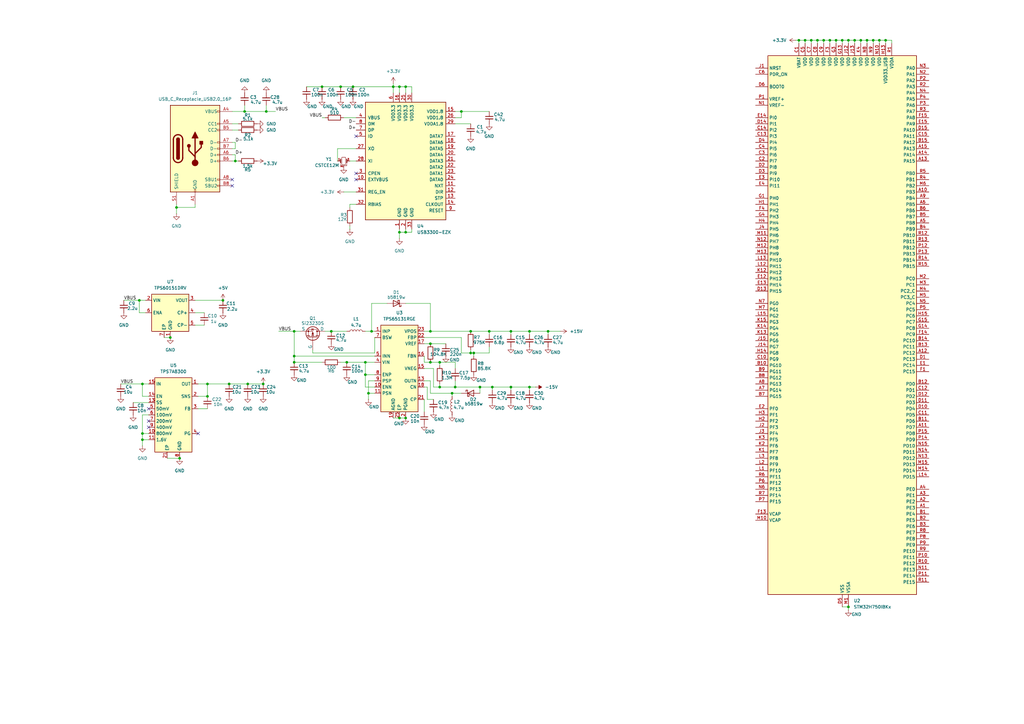
<source format=kicad_sch>
(kicad_sch (version 20250114) (generator "eeschema") (generator_version "9.0")
  (paper "A3")
  (junction (at 176.53 148.59))
  (junction (at 180.34 158.75))
  (junction (at 93.98 157.48))
  (junction (at 193.04 144.78))
  (junction (at 217.17 135.89))
  (junction (at 85.09 157.48))
  (junction (at 330.2 16.51))
  (junction (at 120.65 135.89))
  (junction (at 151.13 161.29))
  (junction (at 209.55 135.89))
  (junction (at 91.44 123.19))
  (junction (at 58.42 177.8))
  (junction (at 176.53 140.97))
  (junction (at 100.33 45.72))
  (junction (at 200.66 135.89))
  (junction (at 166.37 95.25))
  (junction (at 363.22 16.51))
  (junction (at 185.42 161.29))
  (junction (at 194.31 144.78))
  (junction (at 149.86 148.59))
  (junction (at 149.86 153.67))
  (junction (at 152.4 135.89))
  (junction (at 209.55 158.75))
  (junction (at 163.83 35.56))
  (junction (at 69.85 138.43))
  (junction (at 85.09 162.56))
  (junction (at 135.89 135.89))
  (junction (at 335.28 16.51))
  (junction (at 327.66 16.51))
  (junction (at 332.74 16.51))
  (junction (at 142.24 148.59))
  (junction (at 358.14 16.51))
  (junction (at 337.82 16.51))
  (junction (at 353.06 16.51))
  (junction (at 224.79 135.89))
  (junction (at 342.9 16.51))
  (junction (at 58.42 180.34))
  (junction (at 161.29 35.56))
  (junction (at 217.17 158.75))
  (junction (at 166.37 35.56))
  (junction (at 201.93 158.75))
  (junction (at 166.37 171.45))
  (junction (at 360.68 16.51))
  (junction (at 101.6 157.48))
  (junction (at 347.98 16.51))
  (junction (at 189.23 45.72))
  (junction (at 109.22 45.72))
  (junction (at 120.65 146.05))
  (junction (at 350.52 16.51))
  (junction (at 193.04 135.89))
  (junction (at 132.08 35.56))
  (junction (at 57.15 123.19))
  (junction (at 340.36 16.51))
  (junction (at 180.34 148.59))
  (junction (at 58.42 157.48))
  (junction (at 196.85 158.75))
  (junction (at 176.53 135.89))
  (junction (at 107.95 157.48))
  (junction (at 120.65 148.59))
  (junction (at 186.69 158.75))
  (junction (at 96.52 66.04))
  (junction (at 163.83 171.45))
  (junction (at 163.83 95.25))
  (junction (at 347.98 248.92))
  (junction (at 144.78 35.56))
  (junction (at 73.66 187.96))
  (junction (at 139.7 35.56))
  (junction (at 355.6 16.51))
  (junction (at 72.39 85.09))
  (junction (at 345.44 16.51))
  (no_connect (at 81.28 177.8))
  (no_connect (at 95.25 73.66))
  (no_connect (at 60.96 167.64))
  (no_connect (at 95.25 76.2))
  (no_connect (at 146.05 71.12))
  (no_connect (at 60.96 175.26))
  (no_connect (at 146.05 73.66))
  (no_connect (at 146.05 55.88))
  (no_connect (at 60.96 172.72))
  (wire (pts (xy 176.53 135.89) (xy 193.04 135.89)))
  (wire (pts (xy 173.99 148.59) (xy 176.53 148.59)))
  (wire (pts (xy 224.79 135.89) (xy 229.87 135.89)))
  (wire (pts (xy 133.35 135.89) (xy 135.89 135.89)))
  (wire (pts (xy 209.55 158.75) (xy 217.17 158.75)))
  (wire (pts (xy 72.39 85.09) (xy 80.01 85.09)))
  (wire (pts (xy 166.37 93.98) (xy 166.37 95.25)))
  (wire (pts (xy 176.53 124.46) (xy 176.53 135.89)))
  (wire (pts (xy 153.67 138.43) (xy 153.67 144.78)))
  (wire (pts (xy 143.51 85.09) (xy 143.51 83.82)))
  (wire (pts (xy 57.15 128.27) (xy 57.15 123.19)))
  (wire (pts (xy 144.78 35.56) (xy 161.29 35.56)))
  (wire (pts (xy 161.29 171.45) (xy 163.83 171.45)))
  (wire (pts (xy 189.23 138.43) (xy 189.23 144.78)))
  (wire (pts (xy 135.89 135.89) (xy 142.24 135.89)))
  (wire (pts (xy 95.25 50.8) (xy 97.79 50.8)))
  (wire (pts (xy 176.53 140.97) (xy 182.88 140.97)))
  (wire (pts (xy 109.22 43.18) (xy 109.22 45.72)))
  (wire (pts (xy 194.31 144.78) (xy 194.31 146.05)))
  (wire (pts (xy 173.99 163.83) (xy 173.99 168.91)))
  (wire (pts (xy 330.2 16.51) (xy 327.66 16.51)))
  (wire (pts (xy 358.14 16.51) (xy 358.14 17.78)))
  (wire (pts (xy 177.8 158.75) (xy 180.34 158.75)))
  (wire (pts (xy 360.68 16.51) (xy 358.14 16.51)))
  (wire (pts (xy 161.29 34.29) (xy 161.29 35.56)))
  (wire (pts (xy 365.76 16.51) (xy 363.22 16.51)))
  (wire (pts (xy 194.31 144.78) (xy 200.66 144.78)))
  (wire (pts (xy 125.73 35.56) (xy 132.08 35.56)))
  (wire (pts (xy 58.42 177.8) (xy 60.96 177.8)))
  (wire (pts (xy 128.27 144.78) (xy 128.27 143.51)))
  (wire (pts (xy 85.09 157.48) (xy 81.28 157.48)))
  (wire (pts (xy 93.98 157.48) (xy 85.09 157.48)))
  (wire (pts (xy 332.74 16.51) (xy 335.28 16.51)))
  (wire (pts (xy 139.7 35.56) (xy 144.78 35.56)))
  (wire (pts (xy 58.42 180.34) (xy 58.42 182.88)))
  (wire (pts (xy 342.9 16.51) (xy 342.9 17.78)))
  (wire (pts (xy 100.33 43.18) (xy 100.33 45.72)))
  (wire (pts (xy 101.6 157.48) (xy 107.95 157.48)))
  (wire (pts (xy 139.7 148.59) (xy 142.24 148.59)))
  (wire (pts (xy 60.96 162.56) (xy 58.42 162.56)))
  (wire (pts (xy 95.25 63.5) (xy 96.52 63.5)))
  (wire (pts (xy 114.3 135.89) (xy 120.65 135.89)))
  (wire (pts (xy 132.08 35.56) (xy 139.7 35.56)))
  (wire (pts (xy 350.52 16.51) (xy 350.52 17.78)))
  (wire (pts (xy 96.52 63.5) (xy 96.52 66.04)))
  (wire (pts (xy 209.55 160.02) (xy 209.55 158.75)))
  (wire (pts (xy 173.99 138.43) (xy 189.23 138.43)))
  (wire (pts (xy 186.69 48.26) (xy 189.23 48.26)))
  (wire (pts (xy 163.83 35.56) (xy 163.83 38.1)))
  (wire (pts (xy 60.96 180.34) (xy 58.42 180.34)))
  (wire (pts (xy 100.33 45.72) (xy 95.25 45.72)))
  (wire (pts (xy 152.4 124.46) (xy 152.4 135.89)))
  (wire (pts (xy 50.8 123.19) (xy 57.15 123.19)))
  (wire (pts (xy 153.67 156.21) (xy 151.13 156.21)))
  (wire (pts (xy 166.37 35.56) (xy 168.91 35.56)))
  (wire (pts (xy 97.79 66.04) (xy 96.52 66.04)))
  (wire (pts (xy 175.26 158.75) (xy 175.26 163.83)))
  (wire (pts (xy 57.15 123.19) (xy 59.69 123.19)))
  (wire (pts (xy 186.69 45.72) (xy 189.23 45.72)))
  (wire (pts (xy 58.42 180.34) (xy 58.42 177.8)))
  (wire (pts (xy 355.6 16.51) (xy 355.6 17.78)))
  (wire (pts (xy 143.51 66.04) (xy 146.05 66.04)))
  (wire (pts (xy 189.23 45.72) (xy 200.66 45.72)))
  (wire (pts (xy 175.26 163.83) (xy 177.8 163.83)))
  (wire (pts (xy 163.83 35.56) (xy 166.37 35.56)))
  (wire (pts (xy 209.55 135.89) (xy 217.17 135.89)))
  (wire (pts (xy 68.58 187.96) (xy 73.66 187.96)))
  (wire (pts (xy 217.17 160.02) (xy 217.17 158.75)))
  (wire (pts (xy 186.69 50.8) (xy 193.04 50.8)))
  (wire (pts (xy 340.36 16.51) (xy 337.82 16.51)))
  (wire (pts (xy 81.28 162.56) (xy 85.09 162.56)))
  (wire (pts (xy 347.98 16.51) (xy 345.44 16.51)))
  (wire (pts (xy 95.25 53.34) (xy 97.79 53.34)))
  (wire (pts (xy 80.01 83.82) (xy 80.01 85.09)))
  (wire (pts (xy 337.82 17.78) (xy 337.82 16.51)))
  (wire (pts (xy 96.52 58.42) (xy 96.52 60.96)))
  (wire (pts (xy 81.28 167.64) (xy 85.09 167.64)))
  (wire (pts (xy 176.53 161.29) (xy 185.42 161.29)))
  (wire (pts (xy 180.34 157.48) (xy 180.34 158.75)))
  (wire (pts (xy 59.69 128.27) (xy 57.15 128.27)))
  (wire (pts (xy 342.9 16.51) (xy 340.36 16.51)))
  (wire (pts (xy 186.69 151.13) (xy 186.69 148.59)))
  (wire (pts (xy 196.85 158.75) (xy 196.85 161.29)))
  (wire (pts (xy 49.53 157.48) (xy 58.42 157.48)))
  (wire (pts (xy 185.42 161.29) (xy 189.23 161.29)))
  (wire (pts (xy 363.22 16.51) (xy 360.68 16.51)))
  (wire (pts (xy 93.98 157.48) (xy 101.6 157.48)))
  (wire (pts (xy 80.01 123.19) (xy 91.44 123.19)))
  (wire (pts (xy 365.76 17.78) (xy 365.76 16.51)))
  (wire (pts (xy 109.22 45.72) (xy 100.33 45.72)))
  (wire (pts (xy 95.25 58.42) (xy 96.52 58.42)))
  (wire (pts (xy 173.99 140.97) (xy 176.53 140.97)))
  (wire (pts (xy 186.69 148.59) (xy 180.34 148.59)))
  (wire (pts (xy 80.01 133.35) (xy 83.82 133.35)))
  (wire (pts (xy 201.93 160.02) (xy 201.93 158.75)))
  (wire (pts (xy 180.34 158.75) (xy 186.69 158.75)))
  (wire (pts (xy 140.97 48.26) (xy 146.05 48.26)))
  (wire (pts (xy 149.86 153.67) (xy 149.86 148.59)))
  (wire (pts (xy 168.91 38.1) (xy 168.91 35.56)))
  (wire (pts (xy 168.91 95.25) (xy 166.37 95.25)))
  (wire (pts (xy 327.66 16.51) (xy 327.66 17.78)))
  (wire (pts (xy 186.69 158.75) (xy 196.85 158.75)))
  (wire (pts (xy 173.99 156.21) (xy 176.53 156.21)))
  (wire (pts (xy 153.67 144.78) (xy 128.27 144.78)))
  (wire (pts (xy 168.91 93.98) (xy 168.91 95.25)))
  (wire (pts (xy 200.66 135.89) (xy 200.66 137.16)))
  (wire (pts (xy 163.83 93.98) (xy 163.83 95.25)))
  (wire (pts (xy 166.37 124.46) (xy 176.53 124.46)))
  (wire (pts (xy 123.19 135.89) (xy 120.65 135.89)))
  (wire (pts (xy 353.06 16.51) (xy 353.06 17.78)))
  (wire (pts (xy 332.74 17.78) (xy 332.74 16.51)))
  (wire (pts (xy 332.74 16.51) (xy 330.2 16.51)))
  (wire (pts (xy 193.04 144.78) (xy 194.31 144.78)))
  (wire (pts (xy 132.08 48.26) (xy 133.35 48.26)))
  (wire (pts (xy 151.13 161.29) (xy 153.67 161.29)))
  (wire (pts (xy 58.42 170.18) (xy 58.42 177.8)))
  (wire (pts (xy 200.66 135.89) (xy 209.55 135.89)))
  (wire (pts (xy 345.44 248.92) (xy 347.98 248.92)))
  (wire (pts (xy 189.23 144.78) (xy 193.04 144.78)))
  (wire (pts (xy 67.31 138.43) (xy 69.85 138.43)))
  (wire (pts (xy 85.09 157.48) (xy 85.09 162.56)))
  (wire (pts (xy 176.53 156.21) (xy 176.53 161.29)))
  (wire (pts (xy 153.67 158.75) (xy 149.86 158.75)))
  (wire (pts (xy 72.39 85.09) (xy 72.39 87.63)))
  (wire (pts (xy 217.17 135.89) (xy 224.79 135.89)))
  (wire (pts (xy 151.13 161.29) (xy 151.13 163.83)))
  (wire (pts (xy 60.96 170.18) (xy 58.42 170.18)))
  (wire (pts (xy 196.85 158.75) (xy 201.93 158.75)))
  (wire (pts (xy 54.61 165.1) (xy 60.96 165.1)))
  (wire (pts (xy 140.97 78.74) (xy 146.05 78.74)))
  (wire (pts (xy 149.86 153.67) (xy 153.67 153.67)))
  (wire (pts (xy 113.03 45.72) (xy 109.22 45.72)))
  (wire (pts (xy 355.6 16.51) (xy 353.06 16.51)))
  (wire (pts (xy 96.52 66.04) (xy 95.25 66.04)))
  (wire (pts (xy 193.04 135.89) (xy 200.66 135.89)))
  (wire (pts (xy 345.44 16.51) (xy 345.44 17.78)))
  (wire (pts (xy 177.8 151.13) (xy 177.8 158.75)))
  (wire (pts (xy 224.79 137.16) (xy 224.79 135.89)))
  (wire (pts (xy 350.52 16.51) (xy 347.98 16.51)))
  (wire (pts (xy 120.65 148.59) (xy 120.65 146.05)))
  (wire (pts (xy 120.65 146.05) (xy 120.65 135.89)))
  (wire (pts (xy 161.29 35.56) (xy 161.29 38.1)))
  (wire (pts (xy 149.86 153.67) (xy 149.86 158.75)))
  (wire (pts (xy 217.17 158.75) (xy 219.71 158.75)))
  (wire (pts (xy 185.42 162.56) (xy 185.42 161.29)))
  (wire (pts (xy 80.01 128.27) (xy 83.82 128.27)))
  (wire (pts (xy 132.08 148.59) (xy 120.65 148.59)))
  (wire (pts (xy 209.55 137.16) (xy 209.55 135.89)))
  (wire (pts (xy 142.24 148.59) (xy 149.86 148.59)))
  (wire (pts (xy 95.25 60.96) (xy 96.52 60.96)))
  (wire (pts (xy 358.14 16.51) (xy 355.6 16.51)))
  (wire (pts (xy 163.83 35.56) (xy 161.29 35.56)))
  (wire (pts (xy 163.83 95.25) (xy 163.83 97.79)))
  (wire (pts (xy 189.23 48.26) (xy 189.23 45.72)))
  (wire (pts (xy 340.36 16.51) (xy 340.36 17.78)))
  (wire (pts (xy 58.42 162.56) (xy 58.42 157.48)))
  (wire (pts (xy 72.39 83.82) (xy 72.39 85.09)))
  (wire (pts (xy 360.68 16.51) (xy 360.68 17.78)))
  (wire (pts (xy 138.43 60.96) (xy 146.05 60.96)))
  (wire (pts (xy 200.66 142.24) (xy 200.66 144.78)))
  (wire (pts (xy 347.98 248.92) (xy 347.98 250.19)))
  (wire (pts (xy 330.2 17.78) (xy 330.2 16.51)))
  (wire (pts (xy 149.86 135.89) (xy 152.4 135.89)))
  (wire (pts (xy 158.75 124.46) (xy 152.4 124.46)))
  (wire (pts (xy 143.51 92.71) (xy 143.51 93.98)))
  (wire (pts (xy 166.37 95.25) (xy 163.83 95.25)))
  (wire (pts (xy 353.06 16.51) (xy 350.52 16.51)))
  (wire (pts (xy 163.83 171.45) (xy 166.37 171.45)))
  (wire (pts (xy 326.39 16.51) (xy 327.66 16.51)))
  (wire (pts (xy 166.37 35.56) (xy 166.37 38.1)))
  (wire (pts (xy 153.67 146.05) (xy 120.65 146.05)))
  (wire (pts (xy 173.99 151.13) (xy 177.8 151.13)))
  (wire (pts (xy 173.99 158.75) (xy 175.26 158.75)))
  (wire (pts (xy 193.04 143.51) (xy 193.04 144.78)))
  (wire (pts (xy 337.82 16.51) (xy 335.28 16.51)))
  (wire (pts (xy 335.28 17.78) (xy 335.28 16.51)))
  (wire (pts (xy 58.42 157.48) (xy 60.96 157.48)))
  (wire (pts (xy 180.34 149.86) (xy 180.34 148.59)))
  (wire (pts (xy 151.13 156.21) (xy 151.13 161.29)))
  (wire (pts (xy 138.43 66.04) (xy 138.43 60.96)))
  (wire (pts (xy 345.44 16.51) (xy 342.9 16.51)))
  (wire (pts (xy 201.93 158.75) (xy 209.55 158.75)))
  (wire (pts (xy 347.98 16.51) (xy 347.98 17.78)))
  (wire (pts (xy 180.34 148.59) (xy 176.53 148.59)))
  (wire (pts (xy 363.22 17.78) (xy 363.22 16.51)))
  (wire (pts (xy 173.99 146.05) (xy 173.99 148.59)))
  (wire (pts (xy 217.17 137.16) (xy 217.17 135.89)))
  (wire (pts (xy 149.86 148.59) (xy 153.67 148.59)))
  (wire (pts (xy 176.53 135.89) (xy 173.99 135.89)))
  (wire (pts (xy 186.69 156.21) (xy 186.69 158.75)))
  (wire (pts (xy 143.51 83.82) (xy 146.05 83.82)))
  (wire (pts (xy 152.4 135.89) (xy 153.67 135.89)))
  (label "VBUS" (at 114.3 135.89 0))
  (label "VBUS" (at 49.53 157.48 0))
  (label "VBUS" (at 50.8 123.19 0))
  (label "VBUS" (at 113.03 45.72 0))
  (label "D-" (at 96.52 58.42 0))
  (label "D+" (at 146.05 53.34 180))
  (label "VBUS" (at 132.08 48.26 180))
  (label "D+" (at 96.52 63.5 0))
  (label "D-" (at 146.05 50.8 180))
  (symbol (lib_id "Device:R") (at 101.6 53.34 90) (unit 1)
    (property "Reference" "R2" (at 101.6 55.372 90))
    (property "Value" "5.1k" (at 101.854 56.896 90))
    (property "Footprint" "Resistor_SMD:R_0402_1005Metric" (effects (hide yes)))
    (property "Description" "Resistor" (effects (hide yes)))
  )
  (symbol (lib_id "power:+3.3V") (at 326.39 16.51 90) (unit 1)
    (property "Reference" "#PWR036" (effects (hide yes)))
    (property "Value" "+3.3V" (at 322.58 16.5099 90) (effects (justify left)))
    (property "Description" "Power symbol creates a global label with name \"+3.3V\"" (effects (hide yes)))
  )
  (symbol (lib_id "Device:R") (at 137.16 48.26 90) (unit 1)
    (property "Reference" "R4" (at 137.16 44.704 90))
    (property "Value" "510" (at 137.16 46.228 90))
    (property "Footprint" "Resistor_SMD:R_0402_1005Metric" (effects (hide yes)))
    (property "Description" "Resistor" (effects (hide yes)))
  )
  (symbol (lib_id "power:GND") (at 209.55 142.24 0) (unit 1)
    (property "Reference" "#PWR028" (effects (hide yes)))
    (property "Value" "GND" (at 212.598 144.526 0))
    (property "Description" "Power symbol creates a global label with name \"GND\" , ground" (effects (hide yes)))
  )
  (symbol (lib_id "power:GND") (at 125.73 40.64 0) (unit 1)
    (property "Reference" "#PWR017" (effects (hide yes)))
    (property "Value" "GND" (at 128.016 43.688 0))
    (property "Description" "Power symbol creates a global label with name \"GND\" , ground" (effects (hide yes)))
  )
  (symbol (lib_id "Device:C_Small") (at 193.04 53.34 0) (unit 1)
    (property "Reference" "C1" (at 196.85 52.07 0))
    (property "Value" "4.7u" (at 197.358 54.102 0))
    (property "Footprint" "Capacitor_SMD:C_0603_1608Metric" (effects (hide yes)))
    (property "Description" "Unpolarized capacitor, small symbol" (effects (hide yes)))
  )
  (symbol (lib_id "Regulator_SwitchedCapacitor:TPS60151DRV") (at 69.85 128.27 0) (unit 1)
    (property "Reference" "U7" (at 69.85 115.57 0))
    (property "Value" "TPS60151DRV" (at 69.85 118.11 0))
    (property "Footprint" "Package_SON:WSON-6-1EP_2x2mm_P0.65mm_EP1x1.6mm_ThermalVias" (effects (hide yes)))
    (property "Datasheet" "https://www.ti.com/lit/ds/symlink/tps60151.pdf" (effects (hide yes)))
    (property "Description" "5V, 140mA charge-pump, WSON-6" (effects (hide yes)))
  )
  (symbol (lib_id "Device:C_Small") (at 200.66 139.7 0) (unit 1)
    (property "Reference" "C16" (at 204.216 138.43 0))
    (property "Value" "6.8p" (at 204.724 140.462 0))
    (property "Footprint" "Capacitor_SMD:C_0402_1005Metric" (effects (hide yes)))
    (property "Description" "Unpolarized capacitor, small symbol" (effects (hide yes)))
  )
  (symbol (lib_id "power:GND") (at 173.99 173.99 0) (unit 1)
    (property "Reference" "#PWR034" (effects (hide yes)))
    (property "Value" "GND" (at 176.276 177.038 0))
    (property "Description" "Power symbol creates a global label with name \"GND\" , ground" (effects (hide yes)))
  )
  (symbol (lib_id "Device:C_Small") (at 186.69 153.67 0) (unit 1)
    (property "Reference" "C17" (at 190.246 152.908 0))
    (property "Value" "7.5p" (at 190.754 154.94 0))
    (property "Footprint" "Capacitor_SMD:C_0402_1005Metric" (effects (hide yes)))
    (property "Description" "Unpolarized capacitor, small symbol" (effects (hide yes)))
  )
  (symbol (lib_id "Device:C_Small") (at 85.09 165.1 0) (unit 1)
    (property "Reference" "C22" (at 88.9 163.83 0))
    (property "Value" "10n" (at 89.408 165.862 0))
    (property "Footprint" "Capacitor_SMD:C_0402_1005Metric" (effects (hide yes)))
    (property "Description" "Unpolarized capacitor, small symbol" (effects (hide yes)))
  )
  (symbol (lib_id "Device:R") (at 176.53 144.78 0) (unit 1)
    (property "Reference" "R9" (at 179.07 143.51 0))
    (property "Value" "104.8K" (at 179.832 145.288 0))
    (property "Footprint" "Resistor_SMD:R_0402_1005Metric" (effects (hide yes)))
    (property "Description" "Resistor" (effects (hide yes)))
  )
  (symbol (lib_id "power:GND") (at 193.04 55.88 0) (unit 1)
    (property "Reference" "#PWR04" (effects (hide yes)))
    (property "Value" "GND" (at 193.04 60.96 0))
    (property "Description" "Power symbol creates a global label with name \"GND\" , ground" (effects (hide yes)))
  )
  (symbol (lib_id "power:GND") (at 132.08 40.64 0) (unit 1)
    (property "Reference" "#PWR016" (effects (hide yes)))
    (property "Value" "GND" (at 134.366 43.688 0))
    (property "Description" "Power symbol creates a global label with name \"GND\" , ground" (effects (hide yes)))
  )
  (symbol (lib_id "power:GND") (at 101.6 162.56 0) (unit 1)
    (property "Reference" "#PWR022" (effects (hide yes)))
    (property "Value" "GND" (at 101.6 167.64 0))
    (property "Description" "Power symbol creates a global label with name \"GND\" , ground" (effects (hide yes)))
  )
  (symbol (lib_id "power:GND") (at 91.44 128.27 0) (unit 1)
    (property "Reference" "#PWR021" (effects (hide yes)))
    (property "Value" "GND" (at 91.44 133.35 0))
    (property "Description" "Power symbol creates a global label with name \"GND\" , ground" (effects (hide yes)))
  )
  (symbol (lib_id "Device:C_Small") (at 200.66 48.26 0) (unit 1)
    (property "Reference" "C42" (at 204.47 46.99 0))
    (property "Value" "4.7u" (at 204.978 49.022 0))
    (property "Footprint" "Capacitor_SMD:C_0603_1608Metric" (effects (hide yes)))
    (property "Description" "Unpolarized capacitor, small symbol" (effects (hide yes)))
  )
  (symbol (lib_id "power:GND") (at 73.66 187.96 0) (unit 1)
    (property "Reference" "#PWR037" (effects (hide yes)))
    (property "Value" "GND" (at 73.66 193.04 0))
    (property "Description" "Power symbol creates a global label with name \"GND\" , ground" (effects (hide yes)))
  )
  (symbol (lib_id "Diode:SS16") (at 162.56 124.46 180) (unit 1)
    (property "Reference" "D1" (at 162.56 119.888 0))
    (property "Value" "b5819w" (at 162.56 121.92 0))
    (property "Footprint" "Diode_SMD:D_SOD-123" (effects (hide yes)))
    (property "Datasheet" "https://www.vishay.com/docs/88746/ss12.pdf" (effects (hide yes)))
    (property "Description" "60V 1A Schottky Diode, SMA" (effects (hide yes)))
  )
  (symbol (lib_id "Device:C_Small") (at 120.65 151.13 0) (unit 1)
    (property "Reference" "C13" (at 124.46 150.114 0))
    (property "Value" "4.7u" (at 124.714 152.146 0))
    (property "Footprint" "Capacitor_SMD:C_0402_1005Metric" (effects (hide yes)))
    (property "Description" "Unpolarized capacitor, small symbol" (effects (hide yes)))
  )
  (symbol (lib_id "power:GND") (at 194.31 153.67 0) (unit 1)
    (property "Reference" "#PWR030" (effects (hide yes)))
    (property "Value" "GND" (at 197.358 155.956 0))
    (property "Description" "Power symbol creates a global label with name \"GND\" , ground" (effects (hide yes)))
  )
  (symbol (lib_id "Device:C_Small") (at 109.22 40.64 180) (unit 1)
    (property "Reference" "C28" (at 112.776 39.878 0))
    (property "Value" "4.7u" (at 113.792 41.91 0))
    (property "Footprint" "Capacitor_SMD:C_0603_1608Metric" (effects (hide yes)))
    (property "Description" "Unpolarized capacitor, small symbol" (effects (hide yes)))
  )
  (symbol (lib_id "power:GND") (at 105.41 53.34 90) (unit 1)
    (property "Reference" "#PWR08" (effects (hide yes)))
    (property "Value" "GND" (at 109.22 53.3399 90) (effects (justify right)))
    (property "Description" "Power symbol creates a global label with name \"GND\" , ground" (effects (hide yes)))
  )
  (symbol (lib_id "Device:R") (at 143.51 88.9 180) (unit 1)
    (property "Reference" "R3" (at 140.97 88.138 0))
    (property "Value" "12K" (at 140.462 89.916 0))
    (property "Footprint" "Resistor_SMD:R_0402_1005Metric" (effects (hide yes)))
    (property "Description" "Resistor" (effects (hide yes)))
  )
  (symbol (lib_id "power:+3.3V") (at 107.95 157.48 0) (unit 1)
    (property "Reference" "#PWR041" (effects (hide yes)))
    (property "Value" "+3.3V" (at 107.95 152.4 0))
    (property "Description" "Power symbol creates a global label with name \"+3.3V\"" (effects (hide yes)))
  )
  (symbol (lib_id "MCU_ST_STM32H7:STM32H750IBKx") (at 345.44 134.62 0) (unit 1)
    (property "Reference" "U2" (at 350.1233 246.38 0) (effects (justify left)))
    (property "Value" "STM32H750IBKx" (at 350.1233 248.92 0) (effects (justify left)))
    (property "Footprint" "Package_BGA:UFBGA-201_10x10mm_Layout15x15_P0.65mm" (effects (hide yes)))
    (property "Datasheet" "https://www.st.com/resource/en/datasheet/stm32h750ib.pdf" (effects (hide yes)))
    (property "Description" "STMicroelectronics Arm Cortex-M7 MCU, 128KB flash, 1024KB RAM, 480 MHz, 1.62-3.6V, 140 GPIO, UFBGA176" (effects (hide yes)))
  )
  (symbol (lib_id "power:+3.3V") (at 105.41 66.04 270) (unit 1)
    (property "Reference" "#PWR013" (effects (hide yes)))
    (property "Value" "+3.3V" (at 110.744 67.056 90))
    (property "Description" "Power symbol creates a global label with name \"+3.3V\"" (effects (hide yes)))
  )
  (symbol (lib_id "Device:L") (at 146.05 135.89 90) (unit 1)
    (property "Reference" "L1" (at 146.05 130.81 90))
    (property "Value" "4.7u" (at 146.05 133.35 90))
    (property "Footprint" "Inductor_SMD:L_APV_APH0420" (effects (hide yes)))
    (property "Description" "Inductor" (effects (hide yes)))
  )
  (symbol (lib_id "power:GND") (at 120.65 153.67 0) (unit 1)
    (property "Reference" "#PWR025" (effects (hide yes)))
    (property "Value" "GND" (at 123.698 155.956 0))
    (property "Description" "Power symbol creates a global label with name \"GND\" , ground" (effects (hide yes)))
  )
  (symbol (lib_id "Regulator_Switching:TPS65131RGE") (at 163.83 151.13 0) (unit 1)
    (property "Reference" "U3" (at 163.83 128.27 0))
    (property "Value" "TPS65131RGE" (at 163.83 130.81 0))
    (property "Footprint" "Package_DFN_QFN:VQFN-24-1EP_4x4mm_P0.5mm_EP2.45x2.45mm_ThermalVias" (effects (hide yes)))
    (property "Datasheet" "http://www.ti.com/lit/ds/symlink/tps65130.pdf" (effects (hide yes)))
    (property "Description" "Split-Rail Converter with Dual, Positive and Negative Outputs (750mA typ, Switch Current Limit 1950mA typ),), 2.7-5.5V, VQFN-24" (effects (hide yes)))
  )
  (symbol (lib_id "power:GND") (at 166.37 171.45 0) (unit 1)
    (property "Reference" "#PWR027" (effects (hide yes)))
    (property "Value" "GND" (at 163.576 173.736 0))
    (property "Description" "Power symbol creates a global label with name \"GND\" , ground" (effects (hide yes)))
  )
  (symbol (lib_id "Device:C_Small") (at 182.88 143.51 0) (unit 1)
    (property "Reference" "C25" (at 186.436 143.51 0))
    (property "Value" "220n" (at 186.944 145.288 0))
    (property "Footprint" "Capacitor_SMD:C_0402_1005Metric" (effects (hide yes)))
    (property "Description" "Unpolarized capacitor, small symbol" (effects (hide yes)))
  )
  (symbol (lib_id "Device:C_Small") (at 93.98 160.02 0) (unit 1)
    (property "Reference" "C21" (at 97.282 158.75 0))
    (property "Value" "10u" (at 97.028 160.782 0))
    (property "Footprint" "Capacitor_SMD:C_0805_2012Metric" (effects (hide yes)))
    (property "Description" "Unpolarized capacitor, small symbol" (effects (hide yes)))
  )
  (symbol (lib_id "Interface_USB:USB3300-EZK") (at 166.37 66.04 0) (unit 1)
    (property "Reference" "U4" (at 171.0533 92.71 0) (effects (justify left)))
    (property "Value" "USB3300-EZK" (at 171.0533 95.25 0) (effects (justify left)))
    (property "Footprint" "Package_DFN_QFN:QFN-32-1EP_5x5mm_P0.5mm_EP3.45x3.45mm" (effects (hide yes)))
    (property "Datasheet" "http://ww1.microchip.com/downloads/en/DeviceDoc/00001783C.pdf" (effects (hide yes)))
    (property "Description" "Hi-Speed USB Host, Device or OTG PHY with ULPI Interface" (effects (hide yes)))
  )
  (symbol (lib_id "Device:C_Small") (at 49.53 160.02 0) (unit 1)
    (property "Reference" "C4" (at 52.832 158.75 0))
    (property "Value" "10u" (at 52.578 160.782 0))
    (property "Footprint" "Capacitor_SMD:C_0805_2012Metric" (effects (hide yes)))
    (property "Description" "Unpolarized capacitor, small symbol" (effects (hide yes)))
  )
  (symbol (lib_id "power:+5V") (at 91.44 123.19 0) (unit 1)
    (property "Reference" "#PWR023" (effects (hide yes)))
    (property "Value" "+5V" (at 91.44 118.11 0))
    (property "Description" "Power symbol creates a global label with name \"+5V\"" (effects (hide yes)))
  )
  (symbol (lib_id "power:GND") (at 54.61 170.18 0) (unit 1)
    (property "Reference" "#PWR018" (effects (hide yes)))
    (property "Value" "GND" (at 54.61 175.26 0))
    (property "Description" "Power symbol creates a global label with name \"GND\" , ground" (effects (hide yes)))
  )
  (symbol (lib_id "power:GND") (at 144.78 40.64 0) (unit 1)
    (property "Reference" "#PWR06" (effects (hide yes)))
    (property "Value" "GND" (at 147.066 43.688 0))
    (property "Description" "Power symbol creates a global label with name \"GND\" , ground" (effects (hide yes)))
  )
  (symbol (lib_id "power:GND") (at 58.42 182.88 0) (unit 1)
    (property "Reference" "#PWR038" (effects (hide yes)))
    (property "Value" "GND" (at 58.42 187.96 0))
    (property "Description" "Power symbol creates a global label with name \"GND\" , ground" (effects (hide yes)))
  )
  (symbol (lib_id "Device:C_Small") (at 132.08 38.1 0) (unit 1)
    (property "Reference" "C6" (at 135.89 36.83 0))
    (property "Value" "100n" (at 136.398 38.862 0))
    (property "Footprint" "Capacitor_SMD:C_0402_1005Metric" (effects (hide yes)))
    (property "Description" "Unpolarized capacitor, small symbol" (effects (hide yes)))
  )
  (symbol (lib_id "power:+15V") (at 229.87 135.89 270) (unit 1)
    (property "Reference" "#PWR029" (effects (hide yes)))
    (property "Value" "+15V" (at 233.68 135.8899 90) (effects (justify left)))
    (property "Description" "Power symbol creates a global label with name \"+15V\"" (effects (hide yes)))
  )
  (symbol (lib_id "power:GND") (at 140.97 68.58 0) (unit 1)
    (property "Reference" "#PWR02" (effects (hide yes)))
    (property "Value" "GND" (at 140.97 73.66 0))
    (property "Description" "Power symbol creates a global label with name \"GND\" , ground" (effects (hide yes)))
  )
  (symbol (lib_id "Device:C_Small") (at 201.93 162.56 0) (unit 1)
    (property "Reference" "C29" (at 205.74 161.29 0))
    (property "Value" "4.7u" (at 205.994 163.322 0))
    (property "Footprint" "Capacitor_SMD:C_0805_2012Metric" (effects (hide yes)))
    (property "Description" "Unpolarized capacitor, small symbol" (effects (hide yes)))
  )
  (symbol (lib_id "Device:R") (at 180.34 153.67 0) (unit 1)
    (property "Reference" "R10" (at 183.134 152.908 0))
    (property "Value" "1.3M" (at 183.388 154.94 0))
    (property "Footprint" "Resistor_SMD:R_0402_1005Metric" (effects (hide yes)))
    (property "Description" "Resistor" (effects (hide yes)))
  )
  (symbol (lib_id "Regulator_Linear:TPS7A7200RGW") (at 71.12 170.18 0) (unit 1)
    (property "Reference" "U5" (at 71.12 149.86 0))
    (property "Value" "TPS7A8300" (at 71.12 152.4 0))
    (property "Footprint" "Package_DFN_QFN:QFN-20-1EP_3.5x3.5mm_P0.5mm_EP2x2mm_ThermalVias" (effects (hide yes)))
    (property "Datasheet" "http://www.ti.com/lit/ds/symlink/tps7a7200.pdf" (effects (hide yes)))
    (property "Description" "2A, Low-Dropout Voltage Regulator, 1.5-6.5V Input, Adjustable 0.9-5V Output, VQFN-20" (effects (hide yes)))
  )
  (symbol (lib_id "Device:C_Small") (at 107.95 160.02 0) (unit 1)
    (property "Reference" "C24" (at 111.252 158.75 0))
    (property "Value" "10u" (at 110.998 160.782 0))
    (property "Footprint" "Capacitor_SMD:C_0805_2012Metric" (effects (hide yes)))
    (property "Description" "Unpolarized capacitor, small symbol" (effects (hide yes)))
  )
  (symbol (lib_id "Simulation_SPICE:PMOS") (at 128.27 138.43 270) (mirror x) (unit 1)
    (property "Reference" "Q1" (at 128.27 130.556 90))
    (property "Value" "Si2323DS" (at 128.27 132.588 90))
    (property "Footprint" "Package_TO_SOT_SMD:SOT-23" (effects (hide yes)))
    (property "Datasheet" "https://ngspice.sourceforge.io/docs/ngspice-html-manual/manual.xhtml#cha_MOSFETs" (effects (hide yes)))
    (property "Description" "P-MOSFET transistor, drain/source/gate" (effects (hide yes)))
    (property "Sim.Device" "PMOS" (effects (hide yes)))
    (property "Sim.Type" "VDMOS" (effects (hide yes)))
    (property "Sim.Pins" "1=D 2=G 3=S" (effects (hide yes)))
  )
  (symbol (lib_id "power:GND") (at 347.98 250.19 0) (unit 1)
    (property "Reference" "#PWR043" (effects (hide yes)))
    (property "Value" "GND" (at 351.282 251.968 0))
    (property "Description" "Power symbol creates a global label with name \"GND\" , ground" (effects (hide yes)))
  )
  (symbol (lib_id "power:GND") (at 163.83 97.79 0) (unit 1)
    (property "Reference" "#PWR01" (effects (hide yes)))
    (property "Value" "GND" (at 163.83 102.87 0))
    (property "Description" "Power symbol creates a global label with name \"GND\" , ground" (effects (hide yes)))
  )
  (symbol (lib_id "Device:C_Small") (at 135.89 138.43 0) (unit 1)
    (property "Reference" "C12" (at 139.7 137.668 0))
    (property "Value" "4.7u" (at 139.954 139.446 0))
    (property "Footprint" "Capacitor_SMD:C_0805_2012Metric" (effects (hide yes)))
    (property "Description" "Unpolarized capacitor, small symbol" (effects (hide yes)))
  )
  (symbol (lib_id "power:GND") (at 105.41 50.8 90) (unit 1)
    (property "Reference" "#PWR07" (effects (hide yes)))
    (property "Value" "GND" (at 109.22 50.7999 90) (effects (justify right)))
    (property "Description" "Power symbol creates a global label with name \"GND\" , ground" (effects (hide yes)))
  )
  (symbol (lib_id "Diode:SS16") (at 193.04 161.29 0) (unit 1)
    (property "Reference" "D2" (at 194.056 163.83 0))
    (property "Value" "b5819w" (at 194.31 165.608 0))
    (property "Footprint" "Diode_SMD:D_SOD-123" (effects (hide yes)))
    (property "Datasheet" "https://www.vishay.com/docs/88746/ss12.pdf" (effects (hide yes)))
    (property "Description" "60V 1A Schottky Diode, SMA" (effects (hide yes)))
  )
  (symbol (lib_id "power:GND") (at 139.7 40.64 0) (unit 1)
    (property "Reference" "#PWR015" (effects (hide yes)))
    (property "Value" "GND" (at 141.986 43.688 0))
    (property "Description" "Power symbol creates a global label with name \"GND\" , ground" (effects (hide yes)))
  )
  (symbol (lib_id "power:GND") (at 142.24 153.67 0) (unit 1)
    (property "Reference" "#PWR026" (effects (hide yes)))
    (property "Value" "GND" (at 144.526 156.718 0))
    (property "Description" "Power symbol creates a global label with name \"GND\" , ground" (effects (hide yes)))
  )
  (symbol (lib_id "Device:C_Small") (at 101.6 160.02 0) (unit 1)
    (property "Reference" "C23" (at 104.902 158.75 0))
    (property "Value" "10u" (at 104.648 160.782 0))
    (property "Footprint" "Capacitor_SMD:C_0805_2012Metric" (effects (hide yes)))
    (property "Description" "Unpolarized capacitor, small symbol" (effects (hide yes)))
  )
  (symbol (lib_id "Device:C_Small") (at 217.17 139.7 0) (unit 1)
    (property "Reference" "C26" (at 220.98 138.43 0))
    (property "Value" "4.7u" (at 221.234 140.462 0))
    (property "Footprint" "Capacitor_SMD:C_0805_2012Metric" (effects (hide yes)))
    (property "Description" "Unpolarized capacitor, small symbol" (effects (hide yes)))
  )
  (symbol (lib_id "Device:C_Small") (at 142.24 151.13 0) (unit 1)
    (property "Reference" "C14" (at 146.05 150.368 0))
    (property "Value" "100n" (at 146.558 152.146 0))
    (property "Footprint" "Capacitor_SMD:C_0402_1005Metric" (effects (hide yes)))
    (property "Description" "Unpolarized capacitor, small symbol" (effects (hide yes)))
  )
  (symbol (lib_id "power:-15V") (at 219.71 158.75 270) (unit 1)
    (property "Reference" "#PWR035" (effects (hide yes)))
    (property "Value" "-15V" (at 223.52 158.7499 90) (effects (justify left)))
    (property "Description" "Power symbol creates a global label with name \"-15V\"" (effects (hide yes)))
  )
  (symbol (lib_id "power:GND") (at 107.95 162.56 0) (unit 1)
    (property "Reference" "#PWR040" (effects (hide yes)))
    (property "Value" "GND" (at 107.95 167.64 0))
    (property "Description" "Power symbol creates a global label with name \"GND\" , ground" (effects (hide yes)))
  )
  (symbol (lib_id "power:+3.3V") (at 140.97 78.74 90) (unit 1)
    (property "Reference" "#PWR09" (effects (hide yes)))
    (property "Value" "+3.3V" (at 137.16 78.7399 90) (effects (justify left)))
    (property "Description" "Power symbol creates a global label with name \"+3.3V\"" (effects (hide yes)))
  )
  (symbol (lib_id "Device:Crystal_GND2_Small") (at 140.97 66.04 0) (unit 1)
    (property "Reference" "Y1" (at 134.874 65.278 0))
    (property "Value" "CSTCE12M" (at 134.112 67.818 0))
    (property "Footprint" "Crystal:Resonator_SMD_Murata_CSTxExxV-3Pin_3.0x1.1mm" (effects (hide yes)))
  )
  (symbol (lib_id "Connector:USB_C_Receptacle_USB2.0_16P") (at 80.01 60.96 0) (unit 1)
    (property "Reference" "J1" (at 80.01 38.1 0))
    (property "Value" "USB_C_Receptacle_USB2.0_16P" (at 80.01 40.64 0))
    (property "Footprint" "Connector_USB:USB_C_Receptacle_GCT_USB4105-xx-A_16P_TopMnt_Horizontal" (effects (hide yes)))
    (property "Datasheet" "https://www.usb.org/sites/default/files/documents/usb_type-c.zip" (effects (hide yes)))
    (property "Description" "USB 2.0-only 16P Type-C Receptacle connector" (effects (hide yes)))
  )
  (symbol (lib_id "Device:C_Small") (at 50.8 125.73 0) (unit 1)
    (property "Reference" "C9" (at 54.102 124.46 0))
    (property "Value" "2.2u" (at 54.356 126.492 0))
    (property "Footprint" "Capacitor_SMD:C_0402_1005Metric" (effects (hide yes)))
    (property "Description" "Unpolarized capacitor, small symbol" (effects (hide yes)))
  )
  (symbol (lib_id "Device:C_Small") (at 100.33 40.64 180) (unit 1)
    (property "Reference" "C3" (at 103.886 39.878 0))
    (property "Value" "4.7u" (at 104.902 41.91 0))
    (property "Footprint" "Capacitor_SMD:C_0603_1608Metric" (effects (hide yes)))
    (property "Description" "Unpolarized capacitor, small symbol" (effects (hide yes)))
  )
  (symbol (lib_id "power:GND") (at 177.8 168.91 0) (unit 1)
    (property "Reference" "#PWR033" (effects (hide yes)))
    (property "Value" "GND" (at 180.086 171.958 0))
    (property "Description" "Power symbol creates a global label with name \"GND\" , ground" (effects (hide yes)))
  )
  (symbol (lib_id "Device:C_Small") (at 209.55 162.56 0) (unit 1)
    (property "Reference" "C18" (at 213.36 161.29 0))
    (property "Value" "4.7u" (at 213.614 163.322 0))
    (property "Footprint" "Capacitor_SMD:C_0805_2012Metric" (effects (hide yes)))
    (property "Description" "Unpolarized capacitor, small symbol" (effects (hide yes)))
  )
  (symbol (lib_id "power:GND") (at 143.51 93.98 0) (unit 1)
    (property "Reference" "#PWR012" (effects (hide yes)))
    (property "Value" "GND" (at 143.51 99.06 0))
    (property "Description" "Power symbol creates a global label with name \"GND\" , ground" (effects (hide yes)))
  )
  (symbol (lib_id "power:GND") (at 109.22 38.1 180) (unit 1)
    (property "Reference" "#PWR047" (effects (hide yes)))
    (property "Value" "GND" (at 109.22 33.02 0))
    (property "Description" "Power symbol creates a global label with name \"GND\" , ground" (effects (hide yes)))
  )
  (symbol (lib_id "Device:C_Small") (at 144.78 38.1 0) (unit 1)
    (property "Reference" "C2" (at 148.59 36.83 0))
    (property "Value" "100n" (at 149.098 38.862 0))
    (property "Footprint" "Capacitor_SMD:C_0402_1005Metric" (effects (hide yes)))
    (property "Description" "Unpolarized capacitor, small symbol" (effects (hide yes)))
  )
  (symbol (lib_id "power:GND") (at 209.55 165.1 0) (unit 1)
    (property "Reference" "#PWR031" (effects (hide yes)))
    (property "Value" "GND" (at 212.598 167.386 0))
    (property "Description" "Power symbol creates a global label with name \"GND\" , ground" (effects (hide yes)))
  )
  (symbol (lib_id "power:GND") (at 185.42 170.18 0) (unit 1)
    (property "Reference" "#PWR032" (effects (hide yes)))
    (property "Value" "GND" (at 188.468 172.466 0))
    (property "Description" "Power symbol creates a global label with name \"GND\" , ground" (effects (hide yes)))
  )
  (symbol (lib_id "Device:C_Small") (at 217.17 162.56 0) (unit 1)
    (property "Reference" "C30" (at 220.98 161.29 0))
    (property "Value" "4.7u" (at 221.234 163.322 0))
    (property "Footprint" "Capacitor_SMD:C_0805_2012Metric" (effects (hide yes)))
    (property "Description" "Unpolarized capacitor, small symbol" (effects (hide yes)))
  )
  (symbol (lib_id "power:GND") (at 224.79 142.24 0) (unit 1)
    (property "Reference" "#PWR046" (effects (hide yes)))
    (property "Value" "GND" (at 227.838 144.526 0))
    (property "Description" "Power symbol creates a global label with name \"GND\" , ground" (effects (hide yes)))
  )
  (symbol (lib_id "Device:C_Small") (at 139.7 38.1 0) (unit 1)
    (property "Reference" "C5" (at 143.51 36.83 0))
    (property "Value" "100n" (at 144.018 38.862 0))
    (property "Footprint" "Capacitor_SMD:C_0402_1005Metric" (effects (hide yes)))
    (property "Description" "Unpolarized capacitor, small symbol" (effects (hide yes)))
  )
  (symbol (lib_id "Device:R") (at 193.04 139.7 0) (unit 1)
    (property "Reference" "R7" (at 195.58 138.43 0))
    (property "Value" "975K" (at 196.596 140.462 0))
    (property "Footprint" "Resistor_SMD:R_0402_1005Metric" (effects (hide yes)))
    (property "Description" "Resistor" (effects (hide yes)))
  )
  (symbol (lib_id "power:GND") (at 135.89 140.97 0) (unit 1)
    (property "Reference" "#PWR024" (effects (hide yes)))
    (property "Value" "GND" (at 138.938 143.256 0))
    (property "Description" "Power symbol creates a global label with name \"GND\" , ground" (effects (hide yes)))
  )
  (symbol (lib_id "Device:R") (at 101.6 66.04 270) (unit 1)
    (property "Reference" "R5" (at 101.6 69.596 90))
    (property "Value" "1.5k" (at 101.6 68.072 90))
    (property "Footprint" "Resistor_SMD:R_0402_1005Metric" (effects (hide yes)))
    (property "Description" "Resistor" (effects (hide yes)))
  )
  (symbol (lib_id "Audio:CS4272") (at 494.03 82.55 0) (unit 1) (on_board no)
    (property "Reference" "U1" (at 502.158 109.474 0) (effects (justify left)))
    (property "Value" "CS4398" (at 502.158 111.506 0) (effects (justify left)))
    (property "Footprint" "Package_SO:TSSOP-28_4.4x9.7mm_P0.65mm" (effects (hide yes)))
    (property "Datasheet" "https://statics.cirrus.com/pubs/proDatasheet/CS4272_F1.pdf" (effects (hide yes)))
    (property "Description" "24-Bit, 192 kHz Stereo Audio CODEC, TSSOP-28" (effects (hide yes)))
  )
  (symbol (lib_id "power:GND") (at 182.88 146.05 0) (unit 1)
    (property "Reference" "#PWR044" (effects (hide yes)))
    (property "Value" "GND" (at 186.436 147.574 0))
    (property "Description" "Power symbol creates a global label with name \"GND\" , ground" (effects (hide yes)))
  )
  (symbol (lib_id "power:GND") (at 200.66 50.8 0) (unit 1)
    (property "Reference" "#PWR03" (effects (hide yes)))
    (property "Value" "GND" (at 200.66 55.88 0))
    (property "Description" "Power symbol creates a global label with name \"GND\" , ground" (effects (hide yes)))
  )
  (symbol (lib_id "Device:R") (at 194.31 149.86 0) (unit 1)
    (property "Reference" "R8" (at 197.104 149.098 0))
    (property "Value" "85.8K" (at 198.628 151.13 0))
    (property "Footprint" "Resistor_SMD:R_0402_1005Metric" (effects (hide yes)))
    (property "Description" "Resistor" (effects (hide yes)))
  )
  (symbol (lib_id "power:GND") (at 151.13 163.83 0) (unit 1)
    (property "Reference" "#PWR042" (effects (hide yes)))
    (property "Value" "GND" (at 153.416 166.878 0))
    (property "Description" "Power symbol creates a global label with name \"GND\" , ground" (effects (hide yes)))
  )
  (symbol (lib_id "Device:R") (at 135.89 148.59 270) (unit 1)
    (property "Reference" "R6" (at 135.89 152.146 90))
    (property "Value" "100" (at 135.89 150.622 90))
    (property "Footprint" "Resistor_SMD:R_0402_1005Metric" (effects (hide yes)))
    (property "Description" "Resistor" (effects (hide yes)))
  )
  (symbol (lib_id "power:GND") (at 100.33 38.1 180) (unit 1)
    (property "Reference" "#PWR011" (effects (hide yes)))
    (property "Value" "GND" (at 100.33 33.02 0))
    (property "Description" "Power symbol creates a global label with name \"GND\" , ground" (effects (hide yes)))
  )
  (symbol (lib_id "Device:L") (at 185.42 166.37 180) (unit 1)
    (property "Reference" "L2" (at 186.182 164.846 0) (effects (justify right)))
    (property "Value" "4.7u" (at 185.928 167.132 0) (effects (justify right)))
    (property "Footprint" "Inductor_SMD:L_APV_APH0420" (effects (hide yes)))
    (property "Description" "Inductor" (effects (hide yes)))
  )
  (symbol (lib_id "Device:C_Small") (at 91.44 125.73 0) (unit 1)
    (property "Reference" "C11" (at 94.742 124.46 0))
    (property "Value" "2.2u" (at 95.25 126.746 0))
    (property "Footprint" "Capacitor_SMD:C_0402_1005Metric" (effects (hide yes)))
    (property "Description" "Unpolarized capacitor, small symbol" (effects (hide yes)))
  )
  (symbol (lib_id "power:GND") (at 49.53 162.56 0) (unit 1)
    (property "Reference" "#PWR014" (effects (hide yes)))
    (property "Value" "GND" (at 49.53 167.64 0))
    (property "Description" "Power symbol creates a global label with name \"GND\" , ground" (effects (hide yes)))
  )
  (symbol (lib_id "power:GND") (at 50.8 128.27 0) (unit 1)
    (property "Reference" "#PWR019" (effects (hide yes)))
    (property "Value" "GND" (at 50.8 133.35 0))
    (property "Description" "Power symbol creates a global label with name \"GND\" , ground" (effects (hide yes)))
  )
  (symbol (lib_id "power:GND") (at 69.85 138.43 0) (unit 1)
    (property "Reference" "#PWR020" (effects (hide yes)))
    (property "Value" "GND" (at 69.85 143.51 0))
    (property "Description" "Power symbol creates a global label with name \"GND\" , ground" (effects (hide yes)))
  )
  (symbol (lib_id "Device:C_Small") (at 54.61 167.64 0) (unit 1)
    (property "Reference" "C8" (at 57.658 166.37 0))
    (property "Value" "10n" (at 58.166 168.402 0))
    (property "Footprint" "Capacitor_SMD:C_0402_1005Metric" (effects (hide yes)))
    (property "Description" "Unpolarized capacitor, small symbol" (effects (hide yes)))
  )
  (symbol (lib_id "Device:R") (at 101.6 50.8 90) (unit 1)
    (property "Reference" "R1" (at 101.6 47.244 90))
    (property "Value" "5.1k" (at 101.6 48.768 90))
    (property "Footprint" "Resistor_SMD:R_0402_1005Metric" (effects (hide yes)))
    (property "Description" "Resistor" (effects (hide yes)))
  )
  (symbol (lib_id "Device:C_Small") (at 173.99 171.45 0) (unit 1)
    (property "Reference" "C20" (at 170.18 170.688 0))
    (property "Value" "10n" (at 170.18 172.72 0))
    (property "Footprint" "Capacitor_SMD:C_0402_1005Metric" (effects (hide yes)))
    (property "Description" "Unpolarized capacitor, small symbol" (effects (hide yes)))
  )
  (symbol (lib_id "Device:C_Small") (at 209.55 139.7 0) (unit 1)
    (property "Reference" "C15" (at 213.36 138.43 0))
    (property "Value" "4.7u" (at 213.614 140.462 0))
    (property "Footprint" "Capacitor_SMD:C_0805_2012Metric" (effects (hide yes)))
    (property "Description" "Unpolarized capacitor, small symbol" (effects (hide yes)))
  )
  (symbol (lib_id "power:+3.3V") (at 161.29 34.29 0) (unit 1)
    (property "Reference" "#PWR05" (effects (hide yes)))
    (property "Value" "+3.3V" (at 161.29 29.21 0))
    (property "Description" "Power symbol creates a global label with name \"+3.3V\"" (effects (hide yes)))
  )
  (symbol (lib_id "Device:C_Small") (at 83.82 130.81 0) (unit 1)
    (property "Reference" "C10" (at 87.122 129.54 0))
    (property "Value" "1u" (at 87.63 131.826 0))
    (property "Footprint" "Capacitor_SMD:C_0402_1005Metric" (effects (hide yes)))
    (property "Description" "Unpolarized capacitor, small symbol" (effects (hide yes)))
  )
  (symbol (lib_id "Device:C_Small") (at 125.73 38.1 0) (unit 1)
    (property "Reference" "C7" (at 129.54 36.83 0))
    (property "Value" "100n" (at 130.048 38.862 0))
    (property "Footprint" "Capacitor_SMD:C_0402_1005Metric" (effects (hide yes)))
    (property "Description" "Unpolarized capacitor, small symbol" (effects (hide yes)))
  )
  (symbol (lib_id "power:GND") (at 201.93 165.1 0) (unit 1)
    (property "Reference" "#PWR048" (effects (hide yes)))
    (property "Value" "GND" (at 204.978 167.386 0))
    (property "Description" "Power symbol creates a global label with name \"GND\" , ground" (effects (hide yes)))
  )
  (symbol (lib_id "power:GND") (at 217.17 165.1 0) (unit 1)
    (property "Reference" "#PWR049" (effects (hide yes)))
    (property "Value" "GND" (at 220.218 167.386 0))
    (property "Description" "Power symbol creates a global label with name \"GND\" , ground" (effects (hide yes)))
  )
  (symbol (lib_id "Device:C_Small") (at 224.79 139.7 0) (unit 1)
    (property "Reference" "C27" (at 228.6 138.43 0))
    (property "Value" "4.7u" (at 228.854 140.462 0))
    (property "Footprint" "Capacitor_SMD:C_0805_2012Metric" (effects (hide yes)))
    (property "Description" "Unpolarized capacitor, small symbol" (effects (hide yes)))
  )
  (symbol (lib_id "power:GND") (at 72.39 87.63 0) (unit 1)
    (property "Reference" "#PWR010" (effects (hide yes)))
    (property "Value" "GND" (at 72.39 92.71 0))
    (property "Description" "Power symbol creates a global label with name \"GND\" , ground" (effects (hide yes)))
  )
  (symbol (lib_id "power:GND") (at 93.98 162.56 0) (unit 1)
    (property "Reference" "#PWR039" (effects (hide yes)))
    (property "Value" "GND" (at 93.98 167.64 0))
    (property "Description" "Power symbol creates a global label with name \"GND\" , ground" (effects (hide yes)))
  )
  (symbol (lib_id "Device:C_Small") (at 177.8 166.37 0) (unit 1)
    (property "Reference" "C19" (at 181.61 165.1 0))
    (property "Value" "4.7n" (at 182.118 167.132 0))
    (property "Footprint" "Capacitor_SMD:C_0402_1005Metric" (effects (hide yes)))
    (property "Description" "Unpolarized capacitor, small symbol" (effects (hide yes)))
  )
  (symbol (lib_id "power:GND") (at 217.17 142.24 0) (unit 1)
    (property "Reference" "#PWR045" (effects (hide yes)))
    (property "Value" "GND" (at 220.218 144.526 0))
    (property "Description" "Power symbol creates a global label with name \"GND\" , ground" (effects (hide yes)))
  )
)
</source>
